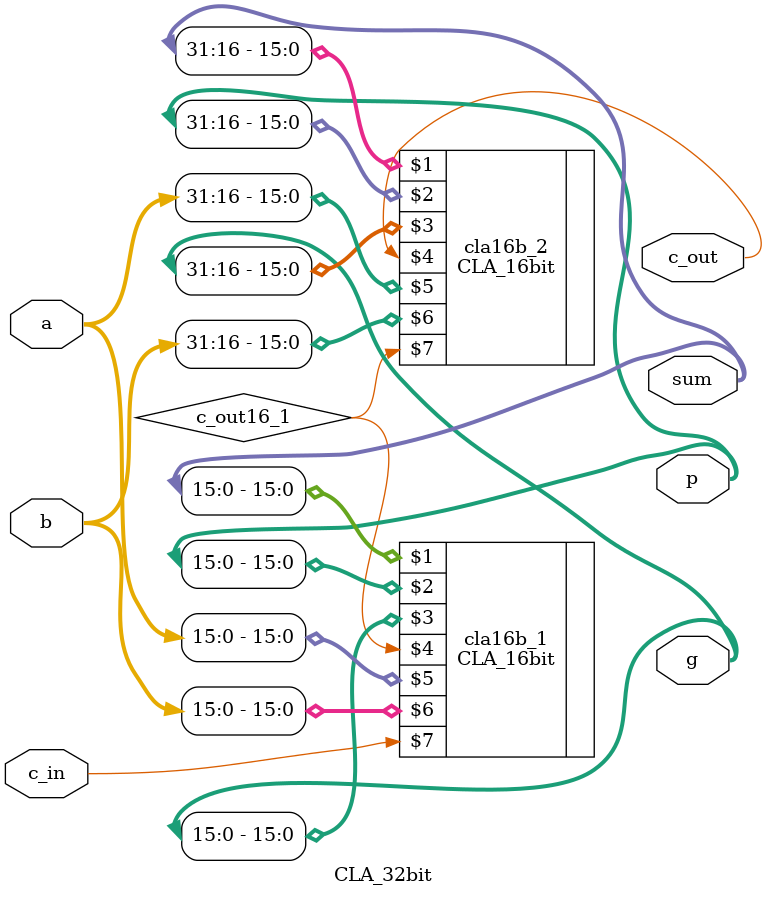
<source format=v>
module CLA_32bit (output [31:0]sum, output [31:0]p, output [31:0]g, output c_out, input [31:0]a, b, input c_in);
		CLA_16bit cla16b_1(sum[15:0], p[15:0], g[15:0], c_out16_1, a[15:0], b[15:0], c_in);
		CLA_16bit cla16b_2(sum[31:16], p[31:16], g[31:16], c_out, a[31:16], b[31:16], c_out16_1);
endmodule

</source>
